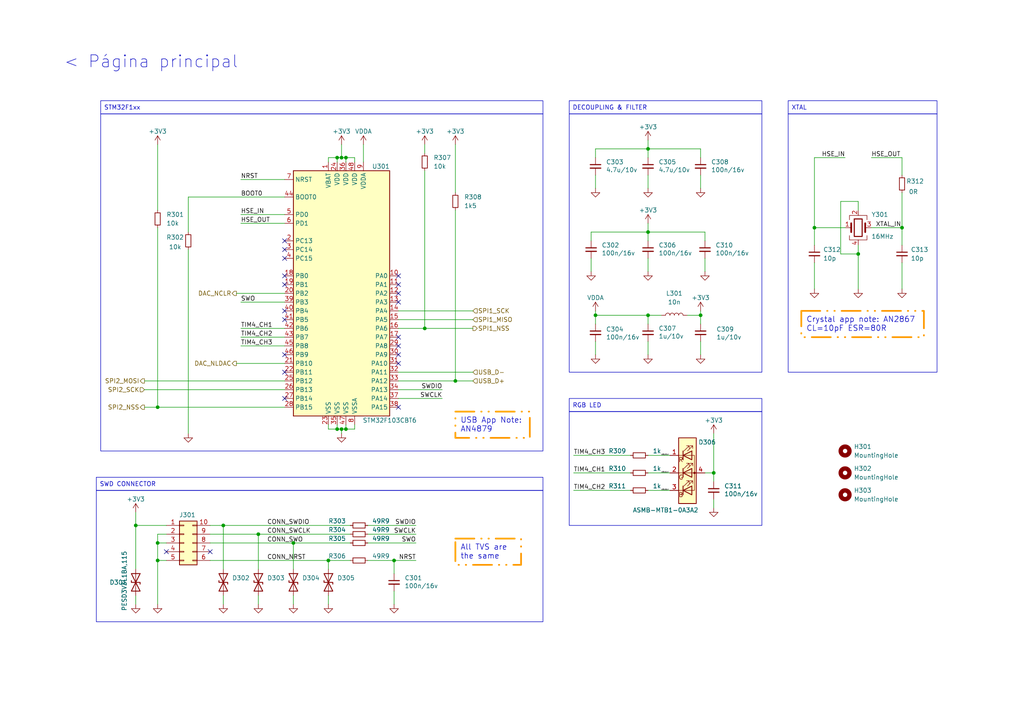
<source format=kicad_sch>
(kicad_sch (version 20250114) (generator "eeschema") (generator_version "9.0")
  (paper "A4")
  (title_block (title "Miced Signal demo board"))
  (lib_symbols
    (symbol "Connector_Generic:Conn_02x05_Counter_Clockwise" (pin_names (offset 1.016) (hide yes))
      (property "Reference" "J" (at 1.27 7.62 0))
      (property "Value" "Conn_02x05_Counter_Clockwise" (at 1.27 -7.62 0))
      (symbol "Conn_02x05_Counter_Clockwise_1_1"
        (rectangle (start -1.27 6.35) (end 3.81 -6.35) (stroke (width 0.254)) (fill (type background)))
        (rectangle (start -1.27 5.207) (end 0 4.953) (stroke (width 0.1524)))
        (rectangle (start -1.27 2.667) (end 0 2.413) (stroke (width 0.1524)))
        (rectangle (start -1.27 0.127) (end 0 -0.127) (stroke (width 0.1524)))
        (rectangle (start -1.27 -2.413) (end 0 -2.667) (stroke (width 0.1524)))
        (rectangle (start -1.27 -4.953) (end 0 -5.207) (stroke (width 0.1524)))
        (rectangle (start 3.81 5.207) (end 2.54 4.953) (stroke (width 0.1524)))
        (rectangle (start 3.81 2.667) (end 2.54 2.413) (stroke (width 0.1524)))
        (rectangle (start 3.81 0.127) (end 2.54 -0.127) (stroke (width 0.1524)))
        (rectangle (start 3.81 -2.413) (end 2.54 -2.667) (stroke (width 0.1524)))
        (rectangle (start 3.81 -4.953) (end 2.54 -5.207) (stroke (width 0.1524)))
        (pin passive line (at -5.08 5.08 0) (length 3.81) (name "Pin_1") (number "1"))
        (pin passive line (at -5.08 2.54 0) (length 3.81) (name "Pin_2") (number "2"))
        (pin passive line (at -5.08 0 0) (length 3.81) (name "Pin_3") (number "3"))
        (pin passive line (at -5.08 -2.54 0) (length 3.81) (name "Pin_4") (number "4"))
        (pin passive line (at -5.08 -5.08 0) (length 3.81) (name "Pin_5") (number "5"))
        (pin passive line (at 7.62 5.08 180) (length 3.81) (name "Pin_10") (number "10"))
        (pin passive line (at 7.62 2.54 180) (length 3.81) (name "Pin_9") (number "9"))
        (pin passive line (at 7.62 0 180) (length 3.81) (name "Pin_8") (number "8"))
        (pin passive line (at 7.62 -2.54 180) (length 3.81) (name "Pin_7") (number "7"))
        (pin passive line (at 7.62 -5.08 180) (length 3.81) (name "Pin_6") (number "6"))
      )
    )
    (symbol "Device:C_Small" (pin_numbers (hide yes)) (pin_names (offset 0.254) (hide yes))
      (property "Reference" "C" (at 0.254 1.778 0))
      (property "Value" "C_Small" (at 0.254 -2.032 0))
      (symbol "C_Small_0_1"
        (polyline (pts (xy -1.524 0.508) (xy 1.524 0.508)) (stroke (width 0.3048)))
        (polyline (pts (xy -1.524 -0.508) (xy 1.524 -0.508)) (stroke (width 0.3302)))
      )
      (symbol "C_Small_1_1"
        (pin passive line (at 0 2.54 270) (length 2.032) (name "~") (number "1"))
        (pin passive line (at 0 -2.54 90) (length 2.032) (name "~") (number "2"))
      )
    )
    (symbol "Device:Crystal_GND24" (pin_names (offset 1.016) (hide yes))
      (property "Reference" "Y" (at 3.175 5.08 0))
      (property "Value" "Crystal_GND24" (at 3.175 3.175 0))
      (symbol "Crystal_GND24_0_1"
        (polyline (pts (xy -2.54 2.286) (xy -2.54 3.556) (xy 2.54 3.556) (xy 2.54 2.286)))
        (polyline (pts (xy -2.54 0) (xy -2.032 0)))
        (polyline (pts (xy -2.54 -2.286) (xy -2.54 -3.556) (xy 2.54 -3.556) (xy 2.54 -2.286)))
        (polyline (pts (xy -2.032 -1.27) (xy -2.032 1.27)) (stroke (width 0.508)))
        (rectangle (start -1.143 2.54) (end 1.143 -2.54) (stroke (width 0.3048)))
        (polyline (pts (xy 0 3.556) (xy 0 3.81)))
        (polyline (pts (xy 0 -3.81) (xy 0 -3.556)))
        (polyline (pts (xy 2.032 0) (xy 2.54 0)))
        (polyline (pts (xy 2.032 -1.27) (xy 2.032 1.27)) (stroke (width 0.508)))
      )
      (symbol "Crystal_GND24_1_1"
        (pin passive line (at -3.81 0 0) (length 1.27) (name "1") (number "1"))
        (pin passive line (at 0 5.08 270) (length 1.27) (name "2") (number "2"))
        (pin passive line (at 0 -5.08 90) (length 1.27) (name "4") (number "4"))
        (pin passive line (at 3.81 0 180) (length 1.27) (name "3") (number "3"))
      )
    )
    (symbol "Device:D_TVS" (pin_numbers (hide yes)) (pin_names (offset 1.016) (hide yes))
      (property "Reference" "D" (at 0 2.54 0))
      (property "Value" "D_TVS" (at 0 -2.54 0))
      (symbol "D_TVS_0_1"
        (polyline (pts (xy -2.54 1.27) (xy -2.54 -1.27) (xy 2.54 1.27) (xy 2.54 -1.27) (xy -2.54 1.27)) (stroke (width 0.254)))
        (polyline (pts (xy 0.508 1.27) (xy 0 1.27) (xy 0 -1.27) (xy -0.508 -1.27)) (stroke (width 0.254)))
        (polyline (pts (xy 1.27 0) (xy -1.27 0)))
      )
      (symbol "D_TVS_1_1"
        (pin passive line (at -3.81 0 0) (length 2.54) (name "A1") (number "1"))
        (pin passive line (at 3.81 0 180) (length 2.54) (name "A2") (number "2"))
      )
    )
    (symbol "Device:L" (pin_numbers (hide yes)) (pin_names (offset 1.016) (hide yes))
      (property "Reference" "L" (at -1.27 0 90))
      (property "Value" "L" (at 1.905 0 90))
      (symbol "L_0_1"
        (arc (start 0 2.54) (mid 0.6323 1.905) (end 0 1.27))
        (arc (start 0 1.27) (mid 0.6323 0.635) (end 0 0))
        (arc (start 0 0) (mid 0.6323 -0.635) (end 0 -1.27))
        (arc (start 0 -1.27) (mid 0.6323 -1.905) (end 0 -2.54))
      )
      (symbol "L_1_1"
        (pin passive line (at 0 3.81 270) (length 1.27) (name "1") (number "1"))
        (pin passive line (at 0 -3.81 90) (length 1.27) (name "2") (number "2"))
      )
    )
    (symbol "Device:R_Small" (pin_numbers (hide yes)) (pin_names (offset 0.254) (hide yes))
      (property "Reference" "R" (at 0.762 0.508 0))
      (property "Value" "R_Small" (at 0.762 -1.016 0))
      (symbol "R_Small_0_1"
        (rectangle (start -0.762 1.778) (end 0.762 -1.778) (stroke (width 0.2032)))
      )
      (symbol "R_Small_1_1"
        (pin passive line (at 0 2.54 270) (length 0.762) (name "~") (number "1"))
        (pin passive line (at 0 -2.54 90) (length 0.762) (name "~") (number "2"))
      )
    )
    (symbol "LED:ASMB-MTB1-0A3A2" (pin_names (offset 0) (hide yes))
      (property "Reference" "D" (at 0 12.7 0))
      (property "Value" "ASMB-MTB1-0A3A2" (at 1.27 -11.43 0))
      (symbol "ASMB-MTB1-0A3A2_0_0"
        (text "R" (at -1.905 3.81 0) (effects (font (size 1.27 1.27))))
        (text "G" (at -1.905 -1.27 0) (effects (font (size 1.27 1.27))))
        (text "B" (at -1.905 -6.35 0) (effects (font (size 1.27 1.27))))
      )
      (symbol "ASMB-MTB1-0A3A2_0_1"
        (polyline (pts (xy -2.54 -5.08) (xy 1.27 -5.08)))
        (polyline (pts (xy -1.27 6.35) (xy -1.27 3.81)) (stroke (width 0.254)))
        (polyline (pts (xy -1.27 1.27) (xy -1.27 -1.27)) (stroke (width 0.254)))
        (polyline (pts (xy -1.27 -3.81) (xy -1.27 -6.35)) (stroke (width 0.254)))
        (polyline (pts (xy -1.016 6.35) (xy 0.508 7.874) (xy -0.254 7.874) (xy 0.508 7.874) (xy 0.508 7.112)))
        (polyline (pts (xy -1.016 1.27) (xy 0.508 2.794) (xy -0.254 2.794) (xy 0.508 2.794) (xy 0.508 2.032)))
        (polyline (pts (xy -1.016 -3.81) (xy 0.508 -2.286) (xy -0.254 -2.286) (xy 0.508 -2.286) (xy 0.508 -3.048)))
        (polyline (pts (xy 0 6.35) (xy 1.524 7.874) (xy 0.762 7.874) (xy 1.524 7.874) (xy 1.524 7.112)))
        (polyline (pts (xy 0 1.27) (xy 1.524 2.794) (xy 0.762 2.794) (xy 1.524 2.794) (xy 1.524 2.032)))
        (polyline (pts (xy 0 -3.81) (xy 1.524 -2.286) (xy 0.762 -2.286) (xy 1.524 -2.286) (xy 1.524 -3.048)))
        (polyline (pts (xy 1.27 6.35) (xy 1.27 3.81) (xy -1.27 5.08) (xy 1.27 6.35)) (stroke (width 0.254)))
        (rectangle (start 1.27 6.35) (end 1.27 6.35))
        (polyline (pts (xy 1.27 5.08) (xy -2.54 5.08)))
        (polyline (pts (xy 1.27 1.27) (xy 1.27 -1.27) (xy -1.27 0) (xy 1.27 1.27)) (stroke (width 0.254)))
        (polyline (pts (xy 1.27 -3.81) (xy 1.27 -6.35) (xy -1.27 -5.08) (xy 1.27 -3.81)) (stroke (width 0.254)))
        (polyline (pts (xy 1.27 -5.08) (xy 2.032 -5.08) (xy 2.032 5.08) (xy 1.27 5.08)))
        (circle (center 2.032 0) (radius 0.254) (fill (type outline)))
        (polyline (pts (xy 2.54 0) (xy -2.54 0)))
        (rectangle (start 2.54 -8.89) (end -2.54 10.16) (stroke (width 0.254)) (fill (type background)))
      )
      (symbol "ASMB-MTB1-0A3A2_1_1"
        (pin passive line (at -5.08 5.08 0) (length 2.54) (name "RK") (number "1"))
        (pin passive line (at -5.08 0 0) (length 2.54) (name "GK") (number "2"))
        (pin passive line (at -5.08 -5.08 0) (length 2.54) (name "BK") (number "3"))
        (pin passive line (at 5.08 0 180) (length 2.54) (name "A") (number "4"))
      )
    )
    (symbol "MCU_ST_STM32F1:STM32F103CBTx"
      (property "Reference" "U" (at -15.24 36.83 0))
      (property "Value" "STM32F103CBTx" (at 7.62 36.83 0))
      (symbol "STM32F103CBTx_0_1"
        (rectangle (start -15.24 -35.56) (end 12.7 35.56) (stroke (width 0.254)) (fill (type background)))
      )
      (symbol "STM32F103CBTx_1_1"
        (pin input line (at -17.78 33.02 0) (length 2.54) (name "NRST") (number "7"))
        (pin input line (at -17.78 27.94 0) (length 2.54) (name "BOOT0") (number "44"))
        (pin input line (at -17.78 22.86 0) (length 2.54) (name "PD0") (number "5"))
        (pin input line (at -17.78 20.32 0) (length 2.54) (name "PD1") (number "6"))
        (pin bidirectional line (at -17.78 15.24 0) (length 2.54) (name "PC13") (number "2"))
        (pin bidirectional line (at -17.78 12.7 0) (length 2.54) (name "PC14") (number "3"))
        (pin bidirectional line (at -17.78 10.16 0) (length 2.54) (name "PC15") (number "4"))
        (pin bidirectional line (at -17.78 5.08 0) (length 2.54) (name "PB0") (number "18"))
        (pin bidirectional line (at -17.78 2.54 0) (length 2.54) (name "PB1") (number "19"))
        (pin bidirectional line (at -17.78 0 0) (length 2.54) (name "PB2") (number "20"))
        (pin bidirectional line (at -17.78 -2.54 0) (length 2.54) (name "PB3") (number "39"))
        (pin bidirectional line (at -17.78 -5.08 0) (length 2.54) (name "PB4") (number "40"))
        (pin bidirectional line (at -17.78 -7.62 0) (length 2.54) (name "PB5") (number "41"))
        (pin bidirectional line (at -17.78 -10.16 0) (length 2.54) (name "PB6") (number "42"))
        (pin bidirectional line (at -17.78 -12.7 0) (length 2.54) (name "PB7") (number "43"))
        (pin bidirectional line (at -17.78 -15.24 0) (length 2.54) (name "PB8") (number "45"))
        (pin bidirectional line (at -17.78 -17.78 0) (length 2.54) (name "PB9") (number "46"))
        (pin bidirectional line (at -17.78 -20.32 0) (length 2.54) (name "PB10") (number "21"))
        (pin bidirectional line (at -17.78 -22.86 0) (length 2.54) (name "PB11") (number "22"))
        (pin bidirectional line (at -17.78 -25.4 0) (length 2.54) (name "PB12") (number "25"))
        (pin bidirectional line (at -17.78 -27.94 0) (length 2.54) (name "PB13") (number "26"))
        (pin bidirectional line (at -17.78 -30.48 0) (length 2.54) (name "PB14") (number "27"))
        (pin bidirectional line (at -17.78 -33.02 0) (length 2.54) (name "PB15") (number "28"))
        (pin power_in line (at -5.08 38.1 270) (length 2.54) (name "VBAT") (number "1"))
        (pin power_in line (at -5.08 -38.1 90) (length 2.54) (name "VSS") (number "23"))
        (pin power_in line (at -2.54 38.1 270) (length 2.54) (name "VDD") (number "24"))
        (pin power_in line (at -2.54 -38.1 90) (length 2.54) (name "VSS") (number "35"))
        (pin power_in line (at 0 38.1 270) (length 2.54) (name "VDD") (number "36"))
        (pin power_in line (at 0 -38.1 90) (length 2.54) (name "VSS") (number "47"))
        (pin power_in line (at 2.54 38.1 270) (length 2.54) (name "VDD") (number "48"))
        (pin power_in line (at 2.54 -38.1 90) (length 2.54) (name "VSSA") (number "8"))
        (pin power_in line (at 5.08 38.1 270) (length 2.54) (name "VDDA") (number "9"))
        (pin bidirectional line (at 15.24 5.08 180) (length 2.54) (name "PA0") (number "10"))
        (pin bidirectional line (at 15.24 2.54 180) (length 2.54) (name "PA1") (number "11"))
        (pin bidirectional line (at 15.24 0 180) (length 2.54) (name "PA2") (number "12"))
        (pin bidirectional line (at 15.24 -2.54 180) (length 2.54) (name "PA3") (number "13"))
        (pin bidirectional line (at 15.24 -5.08 180) (length 2.54) (name "PA4") (number "14"))
        (pin bidirectional line (at 15.24 -7.62 180) (length 2.54) (name "PA5") (number "15"))
        (pin bidirectional line (at 15.24 -10.16 180) (length 2.54) (name "PA6") (number "16"))
        (pin bidirectional line (at 15.24 -12.7 180) (length 2.54) (name "PA7") (number "17"))
        (pin bidirectional line (at 15.24 -15.24 180) (length 2.54) (name "PA8") (number "29"))
        (pin bidirectional line (at 15.24 -17.78 180) (length 2.54) (name "PA9") (number "30"))
        (pin bidirectional line (at 15.24 -20.32 180) (length 2.54) (name "PA10") (number "31"))
        (pin bidirectional line (at 15.24 -22.86 180) (length 2.54) (name "PA11") (number "32"))
        (pin bidirectional line (at 15.24 -25.4 180) (length 2.54) (name "PA12") (number "33"))
        (pin bidirectional line (at 15.24 -27.94 180) (length 2.54) (name "PA13") (number "34"))
        (pin bidirectional line (at 15.24 -30.48 180) (length 2.54) (name "PA14") (number "37"))
        (pin bidirectional line (at 15.24 -33.02 180) (length 2.54) (name "PA15") (number "38"))
      )
    )
    (symbol "Mechanical:MountingHole" (pin_names (offset 1.016))
      (property "Reference" "H" (at 0 5.08 0))
      (property "Value" "MountingHole" (at 0 3.175 0))
      (symbol "MountingHole_0_1"
        (circle (center 0 0) (radius 1.27) (stroke (width 1.27)))
      )
    )
    (symbol "power:+3V3" (power) (pin_names (offset 0))
      (property "Value" "+3V3" (at 0 3.556 0))
      (symbol "+3V3_0_1"
        (polyline (pts (xy -0.762 1.27) (xy 0 2.54)))
        (polyline (pts (xy 0 2.54) (xy 0.762 1.27)))
        (polyline (pts (xy 0 0) (xy 0 2.54)))
      )
      (symbol "+3V3_1_1"
        (pin power_in line (at 0 0 90) (length 0) (hide yes) (name "+3V3") (number "1"))
      )
    )
    (symbol "power:GND" (power) (pin_names (offset 0))
      (property "Value" "GND" (at 0 -3.81 0))
      (symbol "GND_0_1"
        (polyline (pts (xy 0 0) (xy 0 -1.27) (xy 1.27 -1.27) (xy 0 -2.54) (xy -1.27 -1.27) (xy 0 -1.27)))
      )
      (symbol "GND_1_1"
        (pin power_in line (at 0 0 270) (length 0) (hide yes) (name "GND") (number "1"))
      )
    )
    (symbol "power:VDDA" (power) (pin_names (offset 0))
      (property "Value" "VDDA" (at 0 3.81 0))
      (symbol "VDDA_0_1"
        (polyline (pts (xy -0.762 1.27) (xy 0 2.54)))
        (polyline (pts (xy 0 2.54) (xy 0.762 1.27)))
        (polyline (pts (xy 0 0) (xy 0 2.54)))
      )
      (symbol "VDDA_1_1"
        (pin power_in line (at 0 0 90) (length 0) (hide yes) (name "VDDA") (number "1"))
      )
    )
  )
  (rectangle (start 165.1 33.02) (end 220.98 107.95))
  (rectangle (start 29.21 33.02) (end 157.48 130.81))
  (rectangle (start 27.94 142.24) (end 157.48 180.34))
  (rectangle (start 228.6 33.02) (end 271.78 107.95))
  (rectangle (start 165.1 119.38) (end 220.98 152.4))
  (text_box "USB App Note: AN4879" (at 132.08 119.38 0) (size 21.59 7.62) (margins 1.45 1.45 1.45 1.45) (stroke (width 0.5) (type dash_dot_dot) (color 255 153 0 1)) (effects (font (size 1.6 1.6)) (justify left top)))
  (text_box "< Página principal" (at 12.7 12.7 0) (size 62.23 10.16) (margins 2.6249 2.6249 2.6249 2.6249) (stroke (width -0.0001)) (effects (font (size 3.5 3.5))))
  (text_box "Crystal app note: AN2867\nCL=10pF ESR=80R" (at 232.41 90.17 0) (size 35.56 7.62) (margins 1.45 1.45 1.45 1.45) (stroke (width 0.5) (type dash_dot_dot) (color 255 153 0 1)) (effects (font (size 1.6 1.6)) (justify left top)))
  (text_box "SWD CONNECTOR" (at 27.94 138.43 0) (size 129.54 3.81) (margins 0.9525 0.9525 0.9525 0.9525) (effects (font (size 1.27 1.27)) (justify left)))
  (text_box "DECOUPLING & FILTER" (at 165.1 29.21 0) (size 55.88 3.81) (margins 0.9525 0.9525 0.9525 0.9525) (effects (font (size 1.27 1.27)) (justify left)))
  (text_box "All TVS are the same" (at 132.08 156.21 0) (size 19.05 7.62) (margins 1.45 1.45 1.45 1.45) (stroke (width 0.5) (type dash_dot_dot) (color 255 153 0 1)) (effects (font (size 1.6 1.6)) (justify left top)))
  (text_box "RGB LED" (at 165.1 115.57 0) (size 55.88 3.81) (margins 0.9525 0.9525 0.9525 0.9525) (effects (font (size 1.27 1.27)) (justify left)))
  (text_box "XTAL" (at 228.6 29.21 0) (size 43.18 3.81) (margins 0.9525 0.9525 0.9525 0.9525) (effects (font (size 1.27 1.27)) (justify left)))
  (text_box "STM32F1xx" (at 29.21 29.21 0) (size 128.27 3.81) (margins 0.9525 0.9525 0.9525 0.9525) (effects (font (size 1.27 1.27)) (justify left)))
  (junction (at 203.2 91.44))
  (junction (at 95.25 162.56))
  (junction (at 114.3 162.56))
  (junction (at 132.08 110.49))
  (junction (at 100.33 124.46))
  (junction (at 85.09 157.48))
  (junction (at 187.96 67.31))
  (junction (at 100.33 45.72))
  (junction (at 45.72 162.56))
  (junction (at 97.79 45.72))
  (junction (at 123.19 95.25))
  (junction (at 64.77 152.4))
  (junction (at 261.62 66.04))
  (junction (at 187.96 91.44))
  (junction (at 45.72 118.11))
  (junction (at 39.37 152.4))
  (junction (at 74.93 154.94))
  (junction (at 97.79 124.46))
  (junction (at 207.01 137.16))
  (junction (at 99.06 124.46))
  (junction (at 236.22 66.04))
  (junction (at 45.72 157.48))
  (junction (at 99.06 45.72))
  (junction (at 248.92 73.66))
  (junction (at 172.72 91.44))
  (junction (at 187.96 43.18))
  (no_connect (at 82.55 92.71))
  (no_connect (at 82.55 74.93))
  (no_connect (at 48.26 160.02))
  (no_connect (at 82.55 72.39))
  (no_connect (at 82.55 82.55))
  (no_connect (at 115.57 102.87))
  (no_connect (at 115.57 85.09))
  (no_connect (at 115.57 100.33))
  (no_connect (at 82.55 90.17))
  (no_connect (at 82.55 69.85))
  (no_connect (at 82.55 107.95))
  (no_connect (at 115.57 97.79))
  (no_connect (at 60.96 160.02))
  (no_connect (at 115.57 105.41))
  (no_connect (at 82.55 102.87))
  (no_connect (at 82.55 80.01))
  (no_connect (at 115.57 82.55))
  (no_connect (at 115.57 80.01))
  (no_connect (at 115.57 118.11))
  (no_connect (at 82.55 115.57))
  (no_connect (at 115.57 87.63))
  (wire (pts (xy 187.96 43.18) (xy 187.96 45.72)))
  (wire (pts (xy 207.01 137.16) (xy 207.01 125.73)))
  (wire (pts (xy 45.72 157.48) (xy 45.72 162.56)))
  (wire (pts (xy 97.79 45.72) (xy 99.06 45.72)))
  (wire (pts (xy 41.91 113.03) (xy 82.55 113.03)))
  (wire (pts (xy 248.92 71.12) (xy 248.92 73.66)))
  (wire (pts (xy 166.37 142.24) (xy 182.88 142.24)))
  (wire (pts (xy 187.96 91.44) (xy 191.77 91.44)))
  (wire (pts (xy 187.96 43.18) (xy 172.72 43.18)))
  (wire (pts (xy 95.25 45.72) (xy 95.25 46.99)))
  (wire (pts (xy 102.87 46.99) (xy 102.87 45.72)))
  (wire (pts (xy 203.2 43.18) (xy 203.2 45.72)))
  (wire (pts (xy 172.72 90.17) (xy 172.72 91.44)))
  (wire (pts (xy 54.61 57.15) (xy 82.55 57.15)))
  (wire (pts (xy 248.92 60.96) (xy 248.92 58.42)))
  (wire (pts (xy 97.79 123.19) (xy 97.79 124.46)))
  (wire (pts (xy 60.96 162.56) (xy 95.25 162.56)))
  (wire (pts (xy 248.92 73.66) (xy 248.92 83.82)))
  (wire (pts (xy 187.96 64.77) (xy 187.96 67.31)))
  (wire (pts (xy 137.16 110.49) (xy 132.08 110.49)))
  (wire (pts (xy 166.37 132.08) (xy 182.88 132.08)))
  (wire (pts (xy 69.85 97.79) (xy 82.55 97.79)))
  (wire (pts (xy 106.68 154.94) (xy 120.65 154.94)))
  (wire (pts (xy 105.41 41.91) (xy 105.41 46.99)))
  (wire (pts (xy 41.91 110.49) (xy 82.55 110.49)))
  (wire (pts (xy 172.72 99.06) (xy 172.72 102.87)))
  (wire (pts (xy 187.96 74.93) (xy 187.96 78.74)))
  (wire (pts (xy 187.96 50.8) (xy 187.96 54.61)))
  (wire (pts (xy 203.2 43.18) (xy 187.96 43.18)))
  (wire (pts (xy 85.09 157.48) (xy 101.6 157.48)))
  (wire (pts (xy 85.09 165.1) (xy 85.09 157.48)))
  (wire (pts (xy 114.3 162.56) (xy 120.65 162.56)))
  (wire (pts (xy 48.26 157.48) (xy 45.72 157.48)))
  (wire (pts (xy 132.08 60.96) (xy 132.08 110.49)))
  (wire (pts (xy 82.55 100.33) (xy 69.85 100.33)))
  (wire (pts (xy 95.25 172.72) (xy 95.25 175.26)))
  (wire (pts (xy 123.19 41.91) (xy 123.19 44.45)))
  (wire (pts (xy 261.62 55.88) (xy 261.62 66.04)))
  (wire (pts (xy 115.57 92.71) (xy 137.16 92.71)))
  (wire (pts (xy 106.68 162.56) (xy 114.3 162.56)))
  (wire (pts (xy 39.37 152.4) (xy 48.26 152.4)))
  (wire (pts (xy 39.37 152.4) (xy 39.37 165.1)))
  (wire (pts (xy 243.84 73.66) (xy 248.92 73.66)))
  (wire (pts (xy 39.37 172.72) (xy 39.37 175.26)))
  (wire (pts (xy 45.72 118.11) (xy 82.55 118.11)))
  (wire (pts (xy 99.06 124.46) (xy 100.33 124.46)))
  (wire (pts (xy 252.73 45.72) (xy 261.62 45.72)))
  (wire (pts (xy 97.79 124.46) (xy 95.25 124.46)))
  (wire (pts (xy 187.96 99.06) (xy 187.96 102.87)))
  (wire (pts (xy 95.25 165.1) (xy 95.25 162.56)))
  (wire (pts (xy 204.47 74.93) (xy 204.47 78.74)))
  (wire (pts (xy 115.57 95.25) (xy 123.19 95.25)))
  (wire (pts (xy 199.39 91.44) (xy 203.2 91.44)))
  (wire (pts (xy 114.3 171.45) (xy 114.3 175.26)))
  (wire (pts (xy 187.96 40.64) (xy 187.96 43.18)))
  (wire (pts (xy 171.45 74.93) (xy 171.45 78.74)))
  (wire (pts (xy 128.27 115.57) (xy 115.57 115.57)))
  (wire (pts (xy 207.01 137.16) (xy 207.01 139.7)))
  (wire (pts (xy 64.77 172.72) (xy 64.77 175.26)))
  (wire (pts (xy 68.58 85.09) (xy 82.55 85.09)))
  (wire (pts (xy 69.85 87.63) (xy 82.55 87.63)))
  (wire (pts (xy 128.27 113.03) (xy 115.57 113.03)))
  (wire (pts (xy 236.22 66.04) (xy 245.11 66.04)))
  (wire (pts (xy 115.57 90.17) (xy 137.16 90.17)))
  (wire (pts (xy 68.58 105.41) (xy 82.55 105.41)))
  (wire (pts (xy 100.33 45.72) (xy 102.87 45.72)))
  (wire (pts (xy 187.96 91.44) (xy 187.96 93.98)))
  (wire (pts (xy 41.91 118.11) (xy 45.72 118.11)))
  (wire (pts (xy 203.2 91.44) (xy 203.2 93.98)))
  (wire (pts (xy 203.2 50.8) (xy 203.2 54.61)))
  (wire (pts (xy 69.85 64.77) (xy 82.55 64.77)))
  (wire (pts (xy 39.37 148.59) (xy 39.37 152.4)))
  (wire (pts (xy 60.96 157.48) (xy 85.09 157.48)))
  (wire (pts (xy 85.09 172.72) (xy 85.09 175.26)))
  (wire (pts (xy 100.33 124.46) (xy 102.87 124.46)))
  (wire (pts (xy 187.96 67.31) (xy 204.47 67.31)))
  (wire (pts (xy 261.62 45.72) (xy 261.62 50.8)))
  (wire (pts (xy 100.33 46.99) (xy 100.33 45.72)))
  (wire (pts (xy 132.08 41.91) (xy 132.08 55.88)))
  (wire (pts (xy 171.45 67.31) (xy 171.45 69.85)))
  (wire (pts (xy 261.62 66.04) (xy 252.73 66.04)))
  (wire (pts (xy 99.06 124.46) (xy 97.79 124.46)))
  (wire (pts (xy 95.25 162.56) (xy 101.6 162.56)))
  (wire (pts (xy 102.87 124.46) (xy 102.87 123.19)))
  (wire (pts (xy 243.84 58.42) (xy 243.84 73.66)))
  (wire (pts (xy 187.96 142.24) (xy 194.31 142.24)))
  (wire (pts (xy 45.72 162.56) (xy 45.72 175.26)))
  (wire (pts (xy 123.19 49.53) (xy 123.19 95.25)))
  (wire (pts (xy 45.72 154.94) (xy 48.26 154.94)))
  (wire (pts (xy 45.72 157.48) (xy 45.72 154.94)))
  (wire (pts (xy 172.72 50.8) (xy 172.72 54.61)))
  (wire (pts (xy 236.22 76.2) (xy 236.22 83.82)))
  (wire (pts (xy 172.72 91.44) (xy 187.96 91.44)))
  (wire (pts (xy 187.96 132.08) (xy 194.31 132.08)))
  (wire (pts (xy 171.45 67.31) (xy 187.96 67.31)))
  (wire (pts (xy 123.19 95.25) (xy 137.16 95.25)))
  (wire (pts (xy 172.72 91.44) (xy 172.72 93.98)))
  (wire (pts (xy 114.3 162.56) (xy 114.3 166.37)))
  (wire (pts (xy 236.22 45.72) (xy 236.22 66.04)))
  (wire (pts (xy 187.96 137.16) (xy 194.31 137.16)))
  (wire (pts (xy 74.93 172.72) (xy 74.93 175.26)))
  (wire (pts (xy 207.01 144.78) (xy 207.01 147.32)))
  (wire (pts (xy 236.22 66.04) (xy 236.22 71.12)))
  (wire (pts (xy 95.25 124.46) (xy 95.25 123.19)))
  (wire (pts (xy 99.06 41.91) (xy 99.06 45.72)))
  (wire (pts (xy 106.68 152.4) (xy 120.65 152.4)))
  (wire (pts (xy 261.62 66.04) (xy 261.62 71.12)))
  (wire (pts (xy 54.61 67.31) (xy 54.61 57.15)))
  (wire (pts (xy 261.62 76.2) (xy 261.62 83.82)))
  (wire (pts (xy 95.25 45.72) (xy 97.79 45.72)))
  (wire (pts (xy 74.93 154.94) (xy 101.6 154.94)))
  (wire (pts (xy 203.2 90.17) (xy 203.2 91.44)))
  (wire (pts (xy 166.37 137.16) (xy 182.88 137.16)))
  (wire (pts (xy 172.72 43.18) (xy 172.72 45.72)))
  (wire (pts (xy 60.96 154.94) (xy 74.93 154.94)))
  (wire (pts (xy 204.47 67.31) (xy 204.47 69.85)))
  (wire (pts (xy 245.11 45.72) (xy 236.22 45.72)))
  (wire (pts (xy 54.61 72.39) (xy 54.61 125.73)))
  (wire (pts (xy 45.72 66.04) (xy 45.72 118.11)))
  (wire (pts (xy 69.85 52.07) (xy 82.55 52.07)))
  (wire (pts (xy 115.57 107.95) (xy 137.16 107.95)))
  (wire (pts (xy 69.85 62.23) (xy 82.55 62.23)))
  (wire (pts (xy 115.57 110.49) (xy 132.08 110.49)))
  (wire (pts (xy 100.33 123.19) (xy 100.33 124.46)))
  (wire (pts (xy 106.68 157.48) (xy 120.65 157.48)))
  (wire (pts (xy 45.72 41.91) (xy 45.72 60.96)))
  (wire (pts (xy 248.92 58.42) (xy 243.84 58.42)))
  (wire (pts (xy 48.26 162.56) (xy 45.72 162.56)))
  (wire (pts (xy 97.79 46.99) (xy 97.79 45.72)))
  (wire (pts (xy 60.96 152.4) (xy 64.77 152.4)))
  (wire (pts (xy 203.2 99.06) (xy 203.2 102.87)))
  (wire (pts (xy 64.77 152.4) (xy 101.6 152.4)))
  (wire (pts (xy 204.47 137.16) (xy 207.01 137.16)))
  (wire (pts (xy 99.06 45.72) (xy 100.33 45.72)))
  (wire (pts (xy 82.55 95.25) (xy 69.85 95.25)))
  (wire (pts (xy 187.96 67.31) (xy 187.96 69.85)))
  (wire (pts (xy 64.77 165.1) (xy 64.77 152.4)))
  (wire (pts (xy 99.06 125.73) (xy 99.06 124.46)))
  (wire (pts (xy 74.93 165.1) (xy 74.93 154.94)))
  (label "CONN_SWDIO" (at 77.47 152.4 0))
  (label "XTAL_IN" (at 254 66.04 0))
  (label "SWDIO" (at 120.65 152.4 180))
  (label "BOOT0" (at 69.85 57.15 0))
  (label "TIM4_CH1" (at 69.85 95.25 0))
  (label "SWCLK" (at 128.27 115.57 180))
  (label "SWDIO" (at 128.27 113.03 180))
  (label "SWO" (at 69.85 87.63 0))
  (label "CONN_SWO" (at 77.47 157.48 0))
  (label "HSE_IN" (at 69.85 62.23 0))
  (label "HSE_OUT" (at 69.85 64.77 0))
  (label "HSE_IN" (at 245.11 45.72 180))
  (label "LED_G_K" (at 191.77 137.16 0) (effects (font (size 0.3302 0.3302))))
  (label "SWCLK" (at 120.65 154.94 180))
  (label "LED_B_K" (at 191.77 142.24 0) (effects (font (size 0.3302 0.3302))))
  (label "LED_R_K" (at 191.77 132.08 0) (effects (font (size 0.3302 0.3302))))
  (label "NRST" (at 120.65 162.56 180))
  (label "TIM4_CH3" (at 69.85 100.33 0))
  (label "CONN_SWCLK" (at 77.47 154.94 0))
  (label "TIM4_CH3" (at 166.37 132.08 0))
  (label "TIM4_CH1" (at 166.37 137.16 0))
  (label "HSE_OUT" (at 252.73 45.72 0))
  (label "TIM4_CH2" (at 166.37 142.24 0))
  (label "CONN_NRST" (at 77.47 162.56 0))
  (label "TIM4_CH2" (at 69.85 97.79 0))
  (label "NRST" (at 69.85 52.07 0))
  (label "SWO" (at 120.65 157.48 180))
  (hierarchical_label "SPI1_SCK" (shape input) (at 137.16 90.17 0))
  (hierarchical_label "USB_D-" (shape input) (at 137.16 107.95 0))
  (hierarchical_label "SPI2_SCK" (shape input) (at 41.91 113.03 180))
  (hierarchical_label "SPI2_NSS" (shape output) (at 41.91 118.11 180))
  (hierarchical_label "SPI1_NSS" (shape output) (at 137.16 95.25 0))
  (hierarchical_label "USB_D+" (shape input) (at 137.16 110.49 0))
  (hierarchical_label "SPI2_MOSI" (shape output) (at 41.91 110.49 180))
  (hierarchical_label "DAC_NCLR" (shape output) (at 68.58 85.09 180))
  (hierarchical_label "DAC_NLDAC" (shape output) (at 68.58 105.41 180))
  (hierarchical_label "SPI1_MISO" (shape input) (at 137.16 92.71 0))
  (symbol (lib_id "power:GND") (at 203.2 54.61 0) (unit 1)
    (property "Reference" "#PWR0325" (effects (hide yes)))
    (property "Value" "GND" (effects (hide yes)))
  )
  (symbol (lib_id "power:GND") (at 99.06 125.73 0) (unit 1)
    (property "Reference" "#PWR0311" (effects (hide yes)))
    (property "Value" "GND" (effects (hide yes)))
  )
  (symbol (lib_id "Device:R_Small") (at 54.61 69.85 0) (unit 1)
    (property "Reference" "R302" (at 50.8 68.834 0))
    (property "Value" "10k" (at 50.8 71.628 0))
    (property "Footprint" "Resistor_SMD:R_0402_1005Metric" (effects (hide yes)))
    (property "Description" "Resistor, small symbol" (effects (hide yes)))
  )
  (symbol (lib_id "power:+3V3") (at 187.96 64.77 0) (unit 1)
    (property "Reference" "#PWR0322" (effects (hide yes)))
    (property "Value" "+3V3" (at 187.96 60.96 0))
  )
  (symbol (lib_id "Device:R_Small") (at 123.19 46.99 0) (unit 1)
    (property "Reference" "R307" (at 125.73 45.72 0) (effects (justify left)))
    (property "Value" "10k" (at 125.73 48.26 0) (effects (justify left)))
    (property "Footprint" "Resistor_SMD:R_0402_1005Metric" (effects (hide yes)))
    (property "Description" "Resistor, small symbol" (effects (hide yes)))
  )
  (symbol (lib_id "Device:C_Small") (at 187.96 72.39 0) (mirror y) (unit 1)
    (property "Reference" "C306" (at 191.008 71.12 0) (effects (justify right)))
    (property "Value" "100n/16v" (at 191.008 73.406 0) (effects (justify right)))
    (property "Footprint" "Capacitor_SMD:C_0402_1005Metric_Pad0.74x0.62mm_HandSolder" (effects (hide yes)))
    (property "Datasheet" "https://search.murata.co.jp/Ceramy/image/img/A01X/G101/ENG/GRM155R71C104KA88-01.pdf" (effects (hide yes)))
    (property "Description" "X7R 10%" (effects (hide yes)))
    (property "MANF_NAME" "Murata" (effects (hide yes)))
    (property "PART_NUMBER" "GRM155R71C104KA88J" (effects (hide yes)))
    (property "Provider" "https://www.digikey.es/es/products/detail/murata-electronics/GRM155R71C104KA88J/2610892" (effects (hide yes)))
  )
  (symbol (lib_id "power:GND") (at 64.77 175.26 0) (unit 1)
    (property "Reference" "#PWR0306" (effects (hide yes)))
    (property "Value" "GND" (effects (hide yes)))
  )
  (symbol (lib_id "Device:R_Small") (at 45.72 63.5 0) (unit 1)
    (property "Reference" "R301" (at 48.26 62.23 0) (effects (justify left)))
    (property "Value" "10k" (at 48.26 64.77 0) (effects (justify left)))
    (property "Footprint" "Resistor_SMD:R_0402_1005Metric" (effects (hide yes)))
    (property "Description" "Resistor, small symbol" (effects (hide yes)))
  )
  (symbol (lib_id "power:GND") (at 171.45 78.74 0) (unit 1)
    (property "Reference" "#PWR0316" (effects (hide yes)))
    (property "Value" "GND" (effects (hide yes)))
  )
  (symbol (lib_id "power:+3V3") (at 39.37 148.59 0) (unit 1)
    (property "Reference" "#PWR0301" (effects (hide yes)))
    (property "Value" "+3V3" (at 39.37 144.78 0))
  )
  (symbol (lib_id "Device:R_Small") (at 104.14 154.94 270) (unit 1)
    (property "Reference" "R304" (at 97.79 153.67 90))
    (property "Value" "49R9" (at 110.49 153.67 90))
    (property "Footprint" "Resistor_SMD:R_0402_1005Metric" (effects (hide yes)))
    (property "Description" "Resistor, small symbol" (effects (hide yes)))
  )
  (symbol (lib_id "power:+3V3") (at 123.19 41.91 0) (unit 1)
    (property "Reference" "#PWR0314" (effects (hide yes)))
    (property "Value" "+3V3" (at 123.19 38.1 0))
  )
  (symbol (lib_id "Device:R_Small") (at 185.42 137.16 90) (unit 1)
    (property "Reference" "R310" (at 181.61 135.89 90) (effects (justify left)))
    (property "Value" "1k" (at 191.77 135.89 90) (effects (justify left)))
    (property "Footprint" "Resistor_SMD:R_0402_1005Metric" (effects (hide yes)))
    (property "Description" "Resistor, small symbol" (effects (hide yes)))
  )
  (symbol (lib_id "power:GND") (at 236.22 83.82 0) (unit 1)
    (property "Reference" "#PWR0331" (effects (hide yes)))
    (property "Value" "GND" (effects (hide yes)))
  )
  (symbol (lib_id "Device:C_Small") (at 207.01 142.24 0) (mirror y) (unit 1)
    (property "Reference" "C311" (at 210.058 140.97 0) (effects (justify right)))
    (property "Value" "100n/16v" (at 210.058 143.256 0) (effects (justify right)))
    (property "Footprint" "Capacitor_SMD:C_0402_1005Metric_Pad0.74x0.62mm_HandSolder" (effects (hide yes)))
    (property "Datasheet" "https://search.murata.co.jp/Ceramy/image/img/A01X/G101/ENG/GRM155R71C104KA88-01.pdf" (effects (hide yes)))
    (property "Description" "X7R 10%" (effects (hide yes)))
    (property "MANF_NAME" "Murata" (effects (hide yes)))
    (property "PART_NUMBER" "GRM155R71C104KA88J" (effects (hide yes)))
    (property "Provider" "https://www.digikey.es/es/products/detail/murata-electronics/GRM155R71C104KA88J/2610892" (effects (hide yes)))
  )
  (symbol (lib_id "Device:C_Small") (at 203.2 96.52 0) (mirror y) (unit 1)
    (property "Reference" "C309" (at 207.772 95.504 0) (effects (justify right)))
    (property "Value" "1u/10v" (at 207.772 97.79 0) (effects (justify right)))
    (property "Footprint" "Capacitor_SMD:C_0402_1005Metric_Pad0.74x0.62mm_HandSolder" (effects (hide yes)))
    (property "Datasheet" "https://mm.digikey.com/Volume0/opasdata/d220001/medias/docus/609/CL05B104KP5NNNC_Spec.pdf" (effects (hide yes)))
    (property "Description" "X7R 10%" (effects (hide yes)))
    (property "MANF_NAME" "Murata" (effects (hide yes)))
    (property "PART_NUMBER" "CL05B104KP5NNNC" (effects (hide yes)))
    (property "Provider" "https://www.digikey.es/es/products/detail/samsung-electro-mechanics/CL05B104KP5NNNC/3886660" (effects (hide yes)))
  )
  (symbol (lib_id "Device:C_Small") (at 172.72 48.26 0) (mirror y) (unit 1)
    (property "Reference" "C303" (at 175.768 46.99 0) (effects (justify right)))
    (property "Value" "4.7u/10v" (at 175.768 49.276 0) (effects (justify right)))
    (property "Footprint" "Capacitor_SMD:C_0402_1005Metric_Pad0.74x0.62mm_HandSolder" (effects (hide yes)))
    (property "Datasheet" "https://product.tdk.com/system/files/dam/doc/product/capacitor/ceramic/mlcc/catalog/mlcc_commercial_general_en.pdf" (effects (hide yes)))
    (property "Description" "X5R 10%" (effects (hide yes)))
    (property "MANF_NAME" "TDK" (effects (hide yes)))
    (property "PART_NUMBER" "C1005X5R1A475K050BC" (effects (hide yes)))
    (property "Provider" "https://www.digikey.es/es/products/detail/tdk-corporation/C1005X5R1A475K050BC/3951056?s=N4IgTCBcDaIMIEYAMSCsANVAlBBBALAOyoDSaSAQnCALoC%2BQA" (effects (hide yes)))
  )
  (symbol (lib_id "power:GND") (at 204.47 78.74 0) (unit 1)
    (property "Reference" "#PWR0328" (effects (hide yes)))
    (property "Value" "GND" (effects (hide yes)))
  )
  (symbol (lib_id "power:GND") (at 95.25 175.26 0) (unit 1)
    (property "Reference" "#PWR0309" (effects (hide yes)))
    (property "Value" "GND" (effects (hide yes)))
  )
  (symbol (lib_id "Connector_Generic:Conn_02x05_Counter_Clockwise") (at 53.34 157.48 0) (unit 1)
    (property "Reference" "J301" (at 54.356 149.352 0))
    (property "Value" "Conn_02x05_Counter_Clockwise" (effects (hide yes)))
    (property "Footprint" "Connector_PinHeader_1.27mm:PinHeader_2x05_P1.27mm_Vertical_SMD" (effects (hide yes)))
    (property "Description" "Generic connector, double row, 02x05, counter clockwise pin numbering scheme (similar to DIP package numbering), script generated (kicad-library-utils/schlib/autogen/connector/)" (effects (hide yes)))
  )
  (symbol (lib_id "power:GND") (at 172.72 54.61 0) (unit 1)
    (property "Reference" "#PWR0317" (effects (hide yes)))
    (property "Value" "GND" (effects (hide yes)))
  )
  (symbol (lib_id "Device:C_Small") (at 203.2 48.26 0) (mirror y) (unit 1)
    (property "Reference" "C308" (at 206.248 46.99 0) (effects (justify right)))
    (property "Value" "100n/16v" (at 206.248 49.276 0) (effects (justify right)))
    (property "Footprint" "Capacitor_SMD:C_0402_1005Metric_Pad0.74x0.62mm_HandSolder" (effects (hide yes)))
    (property "Datasheet" "https://search.murata.co.jp/Ceramy/image/img/A01X/G101/ENG/GRM155R71C104KA88-01.pdf" (effects (hide yes)))
    (property "Description" "X7R 10%" (effects (hide yes)))
    (property "MANF_NAME" "Murata" (effects (hide yes)))
    (property "PART_NUMBER" "GRM155R71C104KA88J" (effects (hide yes)))
    (property "Provider" "https://www.digikey.es/es/products/detail/murata-electronics/GRM155R71C104KA88J/2610892" (effects (hide yes)))
  )
  (symbol (lib_id "power:GND") (at 187.96 54.61 0) (unit 1)
    (property "Reference" "#PWR0321" (effects (hide yes)))
    (property "Value" "GND" (effects (hide yes)))
  )
  (symbol (lib_id "power:GND") (at 203.2 102.87 0) (mirror y) (unit 1)
    (property "Reference" "#PWR0327" (effects (hide yes)))
    (property "Value" "GND" (effects (hide yes)))
  )
  (symbol (lib_id "Device:D_TVS") (at 85.09 168.91 270) (unit 1)
    (property "Reference" "D304" (at 87.63 167.64 90) (effects (justify left)))
    (property "Value" "PESD3V3L1BA,115" (effects (hide yes)))
    (property "Footprint" "Diode_SMD:D_SOD-323" (effects (hide yes)))
  )
  (symbol (lib_id "Device:C_Small") (at 187.96 48.26 0) (mirror y) (unit 1)
    (property "Reference" "C305" (at 191.008 46.99 0) (effects (justify right)))
    (property "Value" "4.7u/10v" (at 191.008 49.276 0) (effects (justify right)))
    (property "Footprint" "Capacitor_SMD:C_0402_1005Metric_Pad0.74x0.62mm_HandSolder" (effects (hide yes)))
    (property "Datasheet" "https://product.tdk.com/system/files/dam/doc/product/capacitor/ceramic/mlcc/catalog/mlcc_commercial_general_en.pdf" (effects (hide yes)))
    (property "Description" "X5R 10%" (effects (hide yes)))
    (property "MANF_NAME" "TDK" (effects (hide yes)))
    (property "PART_NUMBER" "C1005X5R1A475K050BC" (effects (hide yes)))
    (property "Provider" "https://www.digikey.es/es/products/detail/tdk-corporation/C1005X5R1A475K050BC/3951056?s=N4IgTCBcDaIMIEYAMSCsANVAlBBBALAOyoDSaSAQnCALoC%2BQA" (effects (hide yes)))
  )
  (symbol (lib_id "power:GND") (at 74.93 175.26 0) (unit 1)
    (property "Reference" "#PWR0307" (effects (hide yes)))
    (property "Value" "GND" (effects (hide yes)))
  )
  (symbol (lib_id "power:GND") (at 54.61 125.73 0) (unit 1)
    (property "Reference" "#PWR0305" (effects (hide yes)))
    (property "Value" "GND" (effects (hide yes)))
  )
  (symbol (lib_id "power:GND") (at 39.37 175.26 0) (unit 1)
    (property "Reference" "#PWR0302" (effects (hide yes)))
    (property "Value" "GND" (effects (hide yes)))
  )
  (symbol (lib_id "power:GND") (at 172.72 102.87 0) (mirror y) (unit 1)
    (property "Reference" "#PWR0319" (effects (hide yes)))
    (property "Value" "GND" (effects (hide yes)))
  )
  (symbol (lib_id "power:VDDA") (at 105.41 41.91 0) (unit 1)
    (property "Reference" "#PWR0312" (effects (hide yes)))
    (property "Value" "VDDA" (at 105.41 38.1 0))
  )
  (symbol (lib_id "power:+3V3") (at 45.72 41.91 0) (unit 1)
    (property "Reference" "#PWR0303" (effects (hide yes)))
    (property "Value" "+3V3" (at 45.72 38.1 0))
  )
  (symbol (lib_id "Device:L") (at 195.58 91.44 90) (unit 1)
    (property "Reference" "L301" (at 195.58 85.09 90))
    (property "Value" "10n" (at 195.58 87.63 90))
    (property "Footprint" "Inductor_SMD:L_0402_1005Metric" (effects (hide yes)))
  )
  (symbol (lib_id "Device:Crystal_GND24") (at 248.92 66.04 0) (unit 1)
    (property "Reference" "Y301" (at 252.73 62.23 0) (effects (justify left)))
    (property "Value" "16MHz" (at 252.73 68.58 0) (effects (justify left)))
    (property "Footprint" "Crystal:Crystal_SMD_3225-4Pin_3.2x2.5mm" (effects (hide yes)))
  )
  (symbol (lib_id "power:+3V3") (at 132.08 41.91 0) (unit 1)
    (property "Reference" "#PWR0315" (effects (hide yes)))
    (property "Value" "+3V3" (at 132.08 38.1 0))
  )
  (symbol (lib_id "MCU_ST_STM32F1:STM32F103CBTx") (at 100.33 85.09 0) (unit 1)
    (property "Reference" "U301" (at 110.49 48.26 0))
    (property "Value" "STM32F103CBT6" (at 113.03 121.92 0))
    (property "Footprint" "Package_QFP:LQFP-48_7x7mm_P0.5mm" (effects (hide yes)))
    (property "Datasheet" "http://www.st.com/st-web-ui/static/active/en/resource/technical/document/datasheet/CD00161566.pdf" (effects (hide yes)))
    (property "Manufacturer" "STMicroelectronics" (effects (hide yes)))
    (property "Manufacturer Part Number" "STM32F103CBT6" (effects (hide yes)))
  )
  (symbol (lib_id "Device:R_Small") (at 185.42 132.08 90) (unit 1)
    (property "Reference" "R309" (at 181.61 130.81 90) (effects (justify left)))
    (property "Value" "1k" (at 191.77 130.81 90) (effects (justify left)))
    (property "Footprint" "Resistor_SMD:R_0402_1005Metric" (effects (hide yes)))
    (property "Description" "Resistor, small symbol" (effects (hide yes)))
  )
  (symbol (lib_id "Device:R_Small") (at 261.62 53.34 0) (unit 1)
    (property "Reference" "R312" (at 265.43 52.578 0))
    (property "Value" "0R" (at 264.922 55.626 0))
    (property "Footprint" "Resistor_SMD:R_0402_1005Metric" (effects (hide yes)))
    (property "Description" "Resistor, small symbol" (effects (hide yes)))
  )
  (symbol (lib_id "power:GND") (at 261.62 83.82 0) (unit 1)
    (property "Reference" "#PWR0333" (effects (hide yes)))
    (property "Value" "GND" (effects (hide yes)))
  )
  (symbol (lib_id "power:GND") (at 207.01 147.32 0) (unit 1)
    (property "Reference" "#PWR0330" (effects (hide yes)))
    (property "Value" "GND" (effects (hide yes)))
  )
  (symbol (lib_id "Device:D_TVS") (at 64.77 168.91 270) (unit 1)
    (property "Reference" "D302" (at 67.31 167.64 90) (effects (justify left)))
    (property "Value" "PESD3V3L1BA,115" (effects (hide yes)))
    (property "Footprint" "Diode_SMD:D_SOD-323" (effects (hide yes)))
  )
  (symbol (lib_id "power:+3V3") (at 99.06 41.91 0) (unit 1)
    (property "Reference" "#PWR0310" (effects (hide yes)))
    (property "Value" "+3V3" (at 99.06 38.1 0))
  )
  (symbol (lib_id "Device:R_Small") (at 185.42 142.24 90) (unit 1)
    (property "Reference" "R311" (at 181.61 140.97 90) (effects (justify left)))
    (property "Value" "1k" (at 191.77 140.97 90) (effects (justify left)))
    (property "Footprint" "Resistor_SMD:R_0402_1005Metric" (effects (hide yes)))
    (property "Description" "Resistor, small symbol" (effects (hide yes)))
  )
  (symbol (lib_id "power:GND") (at 187.96 78.74 0) (unit 1)
    (property "Reference" "#PWR0323" (effects (hide yes)))
    (property "Value" "GND" (effects (hide yes)))
  )
  (symbol (lib_id "power:GND") (at 85.09 175.26 0) (unit 1)
    (property "Reference" "#PWR0308" (effects (hide yes)))
    (property "Value" "GND" (effects (hide yes)))
  )
  (symbol (lib_id "Device:C_Small") (at 204.47 72.39 0) (mirror y) (unit 1)
    (property "Reference" "C310" (at 207.518 71.12 0) (effects (justify right)))
    (property "Value" "100n/16v" (at 207.518 73.406 0) (effects (justify right)))
    (property "Footprint" "Capacitor_SMD:C_0402_1005Metric_Pad0.74x0.62mm_HandSolder" (effects (hide yes)))
    (property "Datasheet" "https://search.murata.co.jp/Ceramy/image/img/A01X/G101/ENG/GRM155R71C104KA88-01.pdf" (effects (hide yes)))
    (property "Description" "X7R 10%" (effects (hide yes)))
    (property "MANF_NAME" "Murata" (effects (hide yes)))
    (property "PART_NUMBER" "GRM155R71C104KA88J" (effects (hide yes)))
    (property "Provider" "https://www.digikey.es/es/products/detail/murata-electronics/GRM155R71C104KA88J/2610892" (effects (hide yes)))
  )
  (symbol (lib_id "Device:R_Small") (at 104.14 152.4 270) (unit 1)
    (property "Reference" "R303" (at 97.79 151.13 90))
    (property "Value" "49R9" (at 110.49 151.13 90))
    (property "Footprint" "Resistor_SMD:R_0402_1005Metric" (effects (hide yes)))
    (property "Description" "Resistor, small symbol" (effects (hide yes)))
  )
  (symbol (lib_id "Mechanical:MountingHole") (at 245.11 130.81 0) (unit 1)
    (property "Reference" "H301" (at 247.65 129.5399 0) (effects (justify left)))
    (property "Value" "MountingHole" (at 247.65 132.0799 0) (effects (justify left)))
    (property "Footprint" "MountingHole:MountingHole_3.2mm_M3" (effects (hide yes)))
    (property "Description" "Mounting Hole without connection" (effects (hide yes)))
  )
  (symbol (lib_id "Device:C_Small") (at 261.62 73.66 0) (unit 1)
    (property "Reference" "C313" (at 264.16 72.3962 0) (effects (justify left)))
    (property "Value" "10p" (at 264.16 74.9362 0) (effects (justify left)))
    (property "Footprint" "Capacitor_SMD:C_0402_1005Metric" (effects (hide yes)))
    (property "Description" "Unpolarized capacitor, small symbol" (effects (hide yes)))
  )
  (symbol (lib_id "Device:R_Small") (at 104.14 157.48 270) (unit 1)
    (property "Reference" "R305" (at 97.79 156.21 90))
    (property "Value" "49R9" (at 110.49 156.21 90))
    (property "Footprint" "Resistor_SMD:R_0402_1005Metric" (effects (hide yes)))
    (property "Description" "Resistor, small symbol" (effects (hide yes)))
  )
  (symbol (lib_id "power:+3V3") (at 203.2 90.17 0) (mirror y) (unit 1)
    (property "Reference" "#PWR0326" (effects (hide yes)))
    (property "Value" "+3V3" (at 203.2 86.36 0))
  )
  (symbol (lib_id "Device:C_Small") (at 114.3 168.91 0) (mirror y) (unit 1)
    (property "Reference" "C301" (at 117.348 167.64 0) (effects (justify right)))
    (property "Value" "100n/16v" (at 117.348 169.926 0) (effects (justify right)))
    (property "Footprint" "Capacitor_SMD:C_0402_1005Metric_Pad0.74x0.62mm_HandSolder" (effects (hide yes)))
    (property "Datasheet" "https://search.murata.co.jp/Ceramy/image/img/A01X/G101/ENG/GRM155R71C104KA88-01.pdf" (effects (hide yes)))
    (property "Description" "X7R 10%" (effects (hide yes)))
    (property "MANF_NAME" "Murata" (effects (hide yes)))
    (property "PART_NUMBER" "GRM155R71C104KA88J" (effects (hide yes)))
    (property "Provider" "https://www.digikey.es/es/products/detail/murata-electronics/GRM155R71C104KA88J/2610892" (effects (hide yes)))
  )
  (symbol (lib_id "power:GND") (at 248.92 83.82 0) (unit 1)
    (property "Reference" "#PWR0332" (effects (hide yes)))
    (property "Value" "GND" (effects (hide yes)))
  )
  (symbol (lib_id "power:GND") (at 114.3 175.26 0) (unit 1)
    (property "Reference" "#PWR0313" (effects (hide yes)))
    (property "Value" "GND" (effects (hide yes)))
  )
  (symbol (lib_id "Device:C_Small") (at 236.22 73.66 0) (unit 1)
    (property "Reference" "C312" (at 238.76 72.3962 0) (effects (justify left)))
    (property "Value" "10p" (at 238.76 74.9362 0) (effects (justify left)))
    (property "Footprint" "Capacitor_SMD:C_0402_1005Metric" (effects (hide yes)))
    (property "Description" "Unpolarized capacitor, small symbol" (effects (hide yes)))
  )
  (symbol (lib_id "Device:D_TVS") (at 74.93 168.91 270) (unit 1)
    (property "Reference" "D303" (at 77.47 167.64 90) (effects (justify left)))
    (property "Value" "PESD3V3L1BA,115" (effects (hide yes)))
    (property "Footprint" "Diode_SMD:D_SOD-323" (effects (hide yes)))
  )
  (symbol (lib_id "Device:R_Small") (at 104.14 162.56 270) (unit 1)
    (property "Reference" "R306" (at 97.79 161.29 90))
    (property "Value" "49R9" (at 110.49 161.29 90))
    (property "Footprint" "Resistor_SMD:R_0402_1005Metric" (effects (hide yes)))
    (property "Description" "Resistor, small symbol" (effects (hide yes)))
  )
  (symbol (lib_id "Device:R_Small") (at 132.08 58.42 0) (unit 1)
    (property "Reference" "R308" (at 134.62 57.15 0) (effects (justify left)))
    (property "Value" "1k5" (at 134.62 59.69 0) (effects (justify left)))
    (property "Footprint" "Resistor_SMD:R_0402_1005Metric" (effects (hide yes)))
    (property "Description" "Resistor, small symbol" (effects (hide yes)))
  )
  (symbol (lib_id "Device:D_TVS") (at 39.37 168.91 270) (unit 1)
    (property "Reference" "D301" (at 31.75 168.91 90) (effects (justify left)))
    (property "Value" "PESD3V3L1BA,115" (at 36.068 159.766 0) (effects (justify left)))
    (property "Footprint" "Diode_SMD:D_SOD-323" (effects (hide yes)))
  )
  (symbol (lib_id "Device:D_TVS") (at 95.25 168.91 270) (unit 1)
    (property "Reference" "D305" (at 97.79 167.64 90) (effects (justify left)))
    (property "Value" "PESD3V3L1BA,115" (effects (hide yes)))
    (property "Footprint" "Diode_SMD:D_SOD-323" (effects (hide yes)))
  )
  (symbol (lib_id "power:+3V3") (at 207.01 125.73 0) (mirror y) (unit 1)
    (property "Reference" "#PWR0329" (effects (hide yes)))
    (property "Value" "+3V3" (at 207.01 121.92 0))
  )
  (symbol (lib_id "power:VDDA") (at 172.72 90.17 0) (unit 1)
    (property "Reference" "#PWR0318" (effects (hide yes)))
    (property "Value" "VDDA" (at 172.72 86.36 0))
  )
  (symbol (lib_id "Device:C_Small") (at 172.72 96.52 0) (mirror y) (unit 1)
    (property "Reference" "C304" (at 175.768 95.504 0) (effects (justify right)))
    (property "Value" "100n/16v" (at 175.768 97.79 0) (effects (justify right)))
    (property "Footprint" "Capacitor_SMD:C_0402_1005Metric_Pad0.74x0.62mm_HandSolder" (effects (hide yes)))
    (property "Datasheet" "https://search.murata.co.jp/Ceramy/image/img/A01X/G101/ENG/GRM155R71C104KA88-01.pdf" (effects (hide yes)))
    (property "Description" "X7R 10%" (effects (hide yes)))
    (property "MANF_NAME" "Murata" (effects (hide yes)))
    (property "PART_NUMBER" "GRM155R71C104KA88J" (effects (hide yes)))
    (property "Provider" "https://www.digikey.es/es/products/detail/murata-electronics/GRM155R71C104KA88J/2610892" (effects (hide yes)))
  )
  (symbol (lib_id "power:+3V3") (at 187.96 40.64 0) (unit 1)
    (property "Reference" "#PWR0320" (effects (hide yes)))
    (property "Value" "+3V3" (at 187.96 36.83 0))
  )
  (symbol (lib_id "LED:ASMB-MTB1-0A3A2") (at 199.39 137.16 0) (unit 1)
    (property "Reference" "D306" (at 205.105 128.27 0))
    (property "Value" "ASMB-MTB1-0A3A2" (at 193.04 147.955 0))
    (property "Footprint" "LED_SMD:LED_Avago_PLCC4_3.2x2.8mm_CW" (effects (hide yes)))
    (property "Datasheet" "https://docs.broadcom.com/docs/AV02-4194EN" (effects (hide yes)))
  )
  (symbol (lib_id "Mechanical:MountingHole") (at 245.11 137.16 0) (unit 1)
    (property "Reference" "H302" (at 247.65 135.8899 0) (effects (justify left)))
    (property "Value" "MountingHole" (at 247.65 138.4299 0) (effects (justify left)))
    (property "Footprint" "MountingHole:MountingHole_3.2mm_M3" (effects (hide yes)))
    (property "Description" "Mounting Hole without connection" (effects (hide yes)))
  )
  (symbol (lib_id "Device:C_Small") (at 187.96 96.52 0) (mirror y) (unit 1)
    (property "Reference" "C307" (at 191.008 95.25 0) (effects (justify right)))
    (property "Value" "1u/10v" (at 191.008 97.536 0) (effects (justify right)))
    (property "Footprint" "Capacitor_SMD:C_0402_1005Metric_Pad0.74x0.62mm_HandSolder" (effects (hide yes)))
    (property "Datasheet" "https://mm.digikey.com/Volume0/opasdata/d220001/medias/docus/609/CL05B104KP5NNNC_Spec.pdf" (effects (hide yes)))
    (property "Description" "X7R 10%" (effects (hide yes)))
    (property "MANF_NAME" "Murata" (effects (hide yes)))
    (property "PART_NUMBER" "CL05B104KP5NNNC" (effects (hide yes)))
    (property "Provider" "https://www.digikey.es/es/products/detail/samsung-electro-mechanics/CL05B104KP5NNNC/3886660" (effects (hide yes)))
  )
  (symbol (lib_id "power:GND") (at 187.96 102.87 0) (mirror y) (unit 1)
    (property "Reference" "#PWR0324" (effects (hide yes)))
    (property "Value" "GND" (effects (hide yes)))
  )
  (symbol (lib_id "Mechanical:MountingHole") (at 245.11 143.51 0) (unit 1)
    (property "Reference" "H303" (at 247.65 142.2399 0) (effects (justify left)))
    (property "Value" "MountingHole" (at 247.65 144.7799 0) (effects (justify left)))
    (property "Footprint" "MountingHole:MountingHole_3.2mm_M3" (effects (hide yes)))
    (property "Description" "Mounting Hole without connection" (effects (hide yes)))
  )
  (symbol (lib_id "Device:C_Small") (at 171.45 72.39 0) (mirror y) (unit 1)
    (property "Reference" "C302" (at 174.498 71.12 0) (effects (justify right)))
    (property "Value" "100n/16v" (at 174.498 73.406 0) (effects (justify right)))
    (property "Footprint" "Capacitor_SMD:C_0402_1005Metric_Pad0.74x0.62mm_HandSolder" (effects (hide yes)))
    (property "Datasheet" "https://search.murata.co.jp/Ceramy/image/img/A01X/G101/ENG/GRM155R71C104KA88-01.pdf" (effects (hide yes)))
    (property "Description" "X7R 10%" (effects (hide yes)))
    (property "MANF_NAME" "Murata" (effects (hide yes)))
    (property "PART_NUMBER" "GRM155R71C104KA88J" (effects (hide yes)))
    (property "Provider" "https://www.digikey.es/es/products/detail/murata-electronics/GRM155R71C104KA88J/2610892" (effects (hide yes)))
  )
  (symbol (lib_id "power:GND") (at 45.72 175.26 0) (unit 1)
    (property "Reference" "#PWR0304" (effects (hide yes)))
    (property "Value" "GND" (effects (hide yes)))
  )
)
</source>
